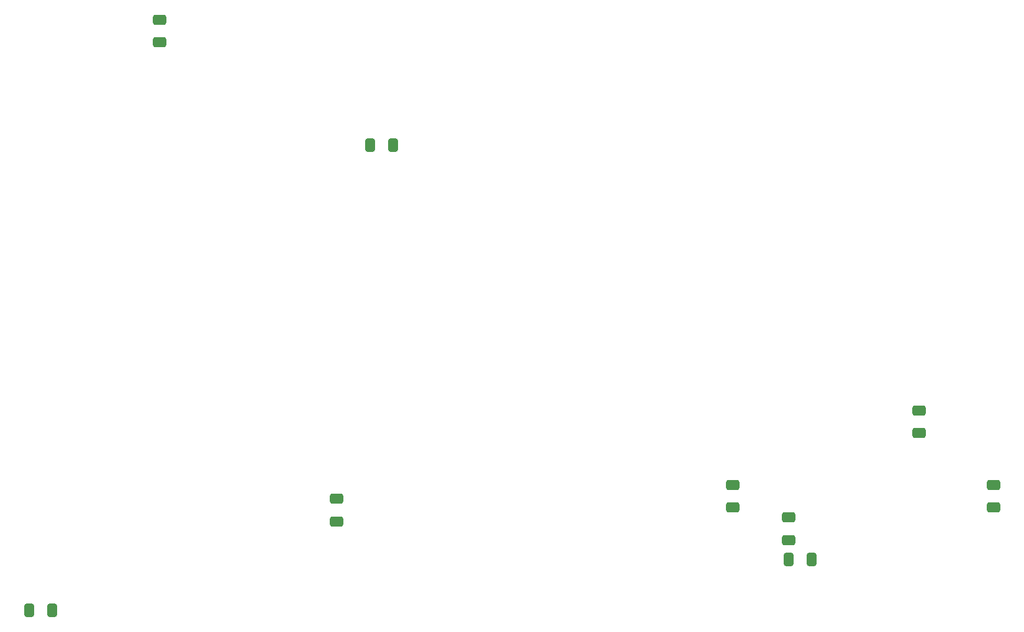
<source format=gbr>
%TF.GenerationSoftware,KiCad,Pcbnew,7.0.1-3b83917a11~172~ubuntu22.04.1*%
%TF.CreationDate,2023-04-12T19:09:25+02:00*%
%TF.ProjectId,sbc,7362632e-6b69-4636-9164-5f7063625858,rev?*%
%TF.SameCoordinates,Original*%
%TF.FileFunction,Paste,Bot*%
%TF.FilePolarity,Positive*%
%FSLAX46Y46*%
G04 Gerber Fmt 4.6, Leading zero omitted, Abs format (unit mm)*
G04 Created by KiCad (PCBNEW 7.0.1-3b83917a11~172~ubuntu22.04.1) date 2023-04-12 19:09:25*
%MOMM*%
%LPD*%
G01*
G04 APERTURE LIST*
G04 Aperture macros list*
%AMRoundRect*
0 Rectangle with rounded corners*
0 $1 Rounding radius*
0 $2 $3 $4 $5 $6 $7 $8 $9 X,Y pos of 4 corners*
0 Add a 4 corners polygon primitive as box body*
4,1,4,$2,$3,$4,$5,$6,$7,$8,$9,$2,$3,0*
0 Add four circle primitives for the rounded corners*
1,1,$1+$1,$2,$3*
1,1,$1+$1,$4,$5*
1,1,$1+$1,$6,$7*
1,1,$1+$1,$8,$9*
0 Add four rect primitives between the rounded corners*
20,1,$1+$1,$2,$3,$4,$5,0*
20,1,$1+$1,$4,$5,$6,$7,0*
20,1,$1+$1,$6,$7,$8,$9,0*
20,1,$1+$1,$8,$9,$2,$3,0*%
G04 Aperture macros list end*
%ADD10RoundRect,0.250000X-0.650000X0.412500X-0.650000X-0.412500X0.650000X-0.412500X0.650000X0.412500X0*%
%ADD11RoundRect,0.250000X0.412500X0.650000X-0.412500X0.650000X-0.412500X-0.650000X0.412500X-0.650000X0*%
%ADD12RoundRect,0.250000X-0.412500X-0.650000X0.412500X-0.650000X0.412500X0.650000X-0.412500X0.650000X0*%
%ADD13RoundRect,0.250000X0.650000X-0.412500X0.650000X0.412500X-0.650000X0.412500X-0.650000X-0.412500X0*%
G04 APERTURE END LIST*
D10*
%TO.C,C14*%
X272415000Y-172720000D03*
X272415000Y-175845000D03*
%TD*%
%TO.C,C37*%
X168910000Y-119380000D03*
X168910000Y-122505000D03*
%TD*%
%TO.C,C13*%
X247015000Y-182880000D03*
X247015000Y-186005000D03*
%TD*%
D11*
%TO.C,C5*%
X154255000Y-200025000D03*
X151130000Y-200025000D03*
%TD*%
D10*
%TO.C,C11*%
X282575000Y-182880000D03*
X282575000Y-186005000D03*
%TD*%
D12*
%TO.C,C15*%
X254635000Y-193040000D03*
X257760000Y-193040000D03*
%TD*%
D13*
%TO.C,C16*%
X254635000Y-190450000D03*
X254635000Y-187325000D03*
%TD*%
D10*
%TO.C,C6*%
X193040000Y-184785000D03*
X193040000Y-187910000D03*
%TD*%
D12*
%TO.C,C34*%
X197620000Y-136525000D03*
X200745000Y-136525000D03*
%TD*%
M02*

</source>
